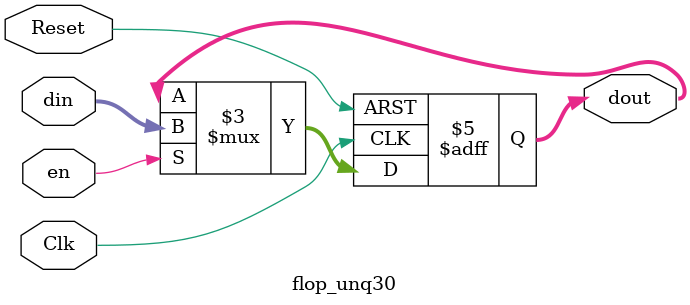
<source format=sv>

/* *****************************************************************************
 * File: flop.vp
 * 
 * Description:
 * Genesis2 flip-flop generator.
 * 
 * Required Genesis2 Controlable Parameters:
 * * Type		- Constant, Flop, RFlop, EFlop, or REFlop
 * * Width		- integer value specifying register width
 * * Default		- default value for the flop 
 *			 (only applies when flop_type=constant|rflop|reflop)
 * * SyncMode		- Sync or ASync flop * Change bar:
 * 
 * 
 * -----------
 * Date          Author   Description
 * Mar 30, 2010  shacham  init version  --  
 * May 20, 2014  jingpu   Add Async mode, change to active low reset
 * 
 * ****************************************************************************/


/*******************************************************************************
 * REQUIRED PARAMETERIZATION
 ******************************************************************************/
// Type (_GENESIS2_INHERITANCE_PRIORITY_) = REFlop
//
// Default (_GENESIS2_INHERITANCE_PRIORITY_) = 0
//
// Width (_GENESIS2_INHERITANCE_PRIORITY_) = 9
//
// SyncMode (_GENESIS2_DECLARATION_PRIORITY_) = ASync
//

module flop_unq30(
	       //inputs
	       input wire logic 		   Clk,
	       input wire logic [8:0]  din,
	       input wire logic 		   Reset,
	       input wire logic 		   en,

	       //outputs
	       output logic [8:0] dout
	       );


   /* synopsys dc_tcl_script_begin
    set_dont_retime [current_design] true
    set_optimize_registers false -design [current_design]
    */
   


   
   always_ff @(posedge Clk or negedge Reset) begin
      if (!Reset) 
	dout <= 9'h0;
      else if (en)
	dout <= din;
   end

endmodule : flop_unq30

</source>
